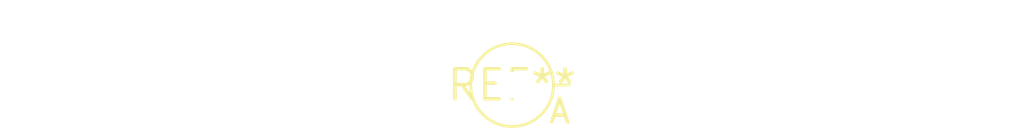
<source format=kicad_pcb>
(kicad_pcb (version 20240108) (generator pcbnew)
  (layers (0 "F.Cu" signal) (31 "B.Cu" signal) (34 "B.Paste" user) (35 "F.Paste" user) (36 "B.SilkS" user "B.Silkscreen") (37 "F.SilkS" user "F.Silkscreen") (38 "B.Mask" user) (39 "F.Mask" user) (44 "Edge.Cuts" user))
  (net 0 "")
  (footprint "D_DO-41_SOD81_P3.81mm_Vertical_AnodeUp" (layer "F.Cu") (at 0 0)
    (property "Reference" "REF**")
    (property "Value" "D_DO-41_SOD81_P3.81mm_Vertical_AnodeUp")
    (fp_line (start 1.750635 0) (end 2.41 0) (layer "F.SilkS") (stroke (width 0.12)))
    (fp_circle (center 0 0) (end 1.750635 0) (layer "F.SilkS") (stroke (width 0.12)) (fill none))
    (fp_text user "A" (at 2.01 1.1 0) (layer "F.SilkS"))
    (pad "1" thru_hole rect (at 0 0) (size 2.2 2.2) (drill 1.1) (layers *.Cu *.Mask) (remove_unused_layers))
    (pad "2" thru_hole oval (at 3.81 0) (size 2.2 2.2) (drill 1.1) (layers *.Cu *.Mask) (remove_unused_layers))
  )
)
</source>
